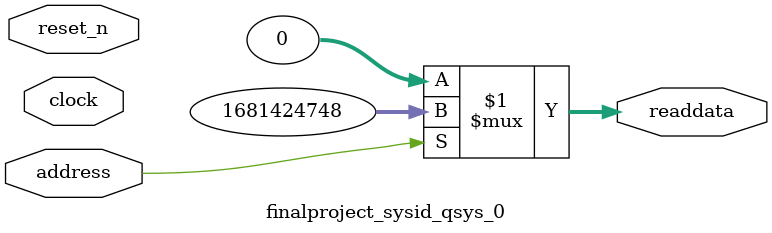
<source format=v>



// synthesis translate_off
`timescale 1ns / 1ps
// synthesis translate_on

// turn off superfluous verilog processor warnings 
// altera message_level Level1 
// altera message_off 10034 10035 10036 10037 10230 10240 10030 

module finalproject_sysid_qsys_0 (
               // inputs:
                address,
                clock,
                reset_n,

               // outputs:
                readdata
             )
;

  output  [ 31: 0] readdata;
  input            address;
  input            clock;
  input            reset_n;

  wire    [ 31: 0] readdata;
  //control_slave, which is an e_avalon_slave
  assign readdata = address ? 1681424748 : 0;

endmodule



</source>
